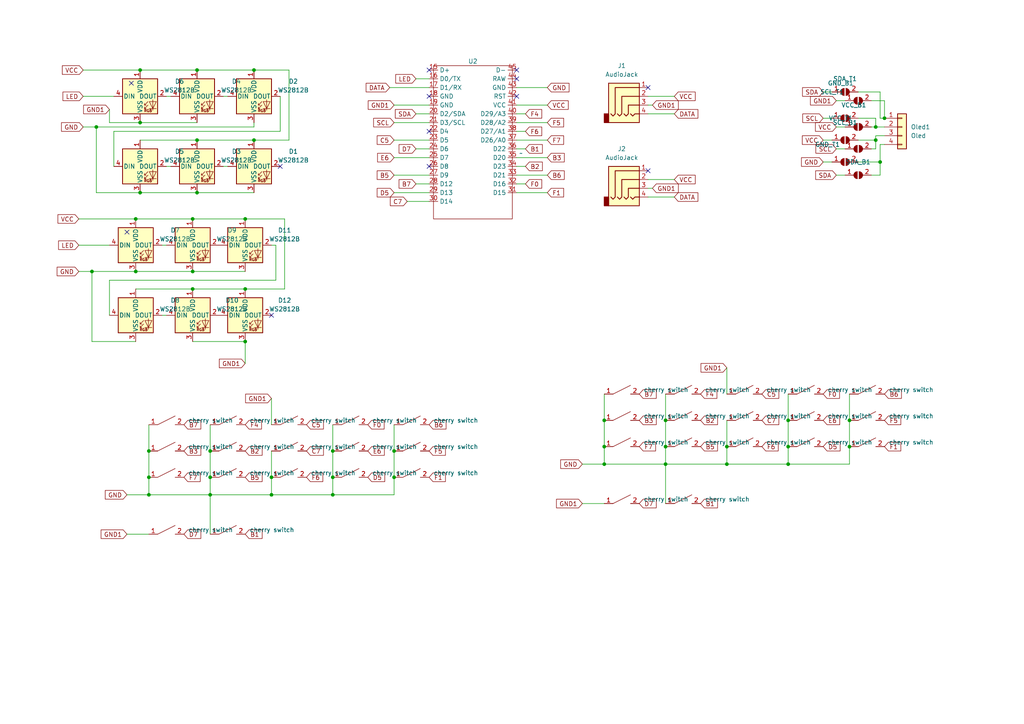
<source format=kicad_sch>
(kicad_sch (version 20230121) (generator eeschema)
  (paper "A4")
  (lib_symbols
    (symbol "Connector_Generic:Conn_01x04" (pin_names (offset 1.016) hide)
      (property "Reference" "J" (at 0 5.08 0))
      (property "Value" "Conn_01x04" (at 0 -7.62 0))
      (symbol "Conn_01x04_1_1"
        (rectangle (start -1.27 -4.953) (end 0 -5.207) (stroke (width 0.1524)))
        (rectangle (start -1.27 -2.413) (end 0 -2.667) (stroke (width 0.1524)))
        (rectangle (start -1.27 0.127) (end 0 -0.127) (stroke (width 0.1524)))
        (rectangle (start -1.27 2.667) (end 0 2.413) (stroke (width 0.1524)))
        (rectangle (start -1.27 3.81) (end 1.27 -6.35) (stroke (width 0.254)) (fill (type background)))
        (pin passive line (at -5.08 2.54 0) (length 3.81) (name "Pin_1") (number "1"))
        (pin passive line (at -5.08 0 0) (length 3.81) (name "Pin_2") (number "2"))
        (pin passive line (at -5.08 -2.54 0) (length 3.81) (name "Pin_3") (number "3"))
        (pin passive line (at -5.08 -5.08 0) (length 3.81) (name "Pin_4") (number "4"))
      )
    )
    (symbol "Jumper:SolderJumper_2_Open" (pin_names (offset 0) hide)
      (property "Reference" "JP" (at 0 2.032 0))
      (property "Value" "SolderJumper_2_Open" (at 0 -2.54 0))
      (symbol "SolderJumper_2_Open_0_1"
        (arc (start -0.254 1.016) (mid -1.2656 0) (end -0.254 -1.016))
        (arc (start -0.254 1.016) (mid -1.2656 0) (end -0.254 -1.016) (fill (type outline)))
        (polyline (pts (xy -0.254 1.016) (xy -0.254 -1.016)))
        (polyline (pts (xy 0.254 1.016) (xy 0.254 -1.016)))
        (arc (start 0.254 -1.016) (mid 1.2656 0) (end 0.254 1.016))
        (arc (start 0.254 -1.016) (mid 1.2656 0) (end 0.254 1.016) (fill (type outline)))
      )
      (symbol "SolderJumper_2_Open_1_1"
        (pin passive line (at -3.81 0 0) (length 2.54) (name "A") (number "1"))
        (pin passive line (at 3.81 0 180) (length 2.54) (name "B") (number "2"))
      )
    )
    (symbol "LED:WS2812B" (pin_names (offset 0.254))
      (property "Reference" "D" (at 5.08 5.715 0))
      (property "Value" "WS2812B" (at 1.27 -5.715 0))
      (symbol "WS2812B_0_0"
        (text "RGB" (at 2.286 -4.191 0) (effects (font (size 0.762 0.762))))
      )
      (symbol "WS2812B_0_1"
        (polyline (pts (xy 1.27 -3.556) (xy 1.778 -3.556)))
        (polyline (pts (xy 1.27 -2.54) (xy 1.778 -2.54)))
        (polyline (pts (xy 4.699 -3.556) (xy 2.667 -3.556)))
        (polyline (pts (xy 2.286 -2.54) (xy 1.27 -3.556) (xy 1.27 -3.048)))
        (polyline (pts (xy 2.286 -1.524) (xy 1.27 -2.54) (xy 1.27 -2.032)))
        (polyline (pts (xy 3.683 -1.016) (xy 3.683 -3.556) (xy 3.683 -4.064)))
        (polyline (pts (xy 4.699 -1.524) (xy 2.667 -1.524) (xy 3.683 -3.556) (xy 4.699 -1.524)))
        (rectangle (start 5.08 5.08) (end -5.08 -5.08) (stroke (width 0.254)) (fill (type background)))
      )
      (symbol "WS2812B_1_1"
        (pin power_in line (at 0 7.62 270) (length 2.54) (name "VDD") (number "1"))
        (pin output line (at 7.62 0 180) (length 2.54) (name "DOUT") (number "2"))
        (pin power_in line (at 0 -7.62 90) (length 2.54) (name "VSS") (number "3"))
        (pin input line (at -7.62 0 0) (length 2.54) (name "DIN") (number "4"))
      )
    )
    (symbol "cherry switch_1"
      (property "Value" "cherry switch_1" (at 0 0 0))
      (symbol "cherry switch_1_0_1"
        (polyline (pts (xy -1.27 3.81) (xy 3.81 6.35)))
      )
      (symbol "cherry switch_1_1_1"
        (pin input line (at -3.81 3.81 0) (length 2.54) (name "") (number "1"))
        (pin output line (at 6.35 3.81 180) (length 2.54) (name "") (number "2"))
      )
    )
    (symbol "cherry switch_10"
      (property "Value" "cherry switch_10" (at 0 0 0))
      (symbol "cherry switch_10_0_1"
        (polyline (pts (xy -1.27 3.81) (xy 3.81 6.35)))
      )
      (symbol "cherry switch_10_1_1"
        (pin input line (at -3.81 3.81 0) (length 2.54) (name "") (number "1"))
        (pin output line (at 6.35 3.81 180) (length 2.54) (name "") (number "2"))
      )
    )
    (symbol "cherry switch_11"
      (property "Value" "cherry switch_11" (at 0 0 0))
      (symbol "cherry switch_11_0_1"
        (polyline (pts (xy -1.27 3.81) (xy 3.81 6.35)))
      )
      (symbol "cherry switch_11_1_1"
        (pin input line (at -3.81 3.81 0) (length 2.54) (name "") (number "1"))
        (pin output line (at 6.35 3.81 180) (length 2.54) (name "") (number "2"))
      )
    )
    (symbol "cherry switch_15"
      (property "Value" "cherry switch_15" (at 0 0 0))
      (symbol "cherry switch_15_0_1"
        (polyline (pts (xy -1.27 3.81) (xy 3.81 6.35)))
      )
      (symbol "cherry switch_15_1_1"
        (pin input line (at -3.81 3.81 0) (length 2.54) (name "") (number "1"))
        (pin output line (at 6.35 3.81 180) (length 2.54) (name "") (number "2"))
      )
    )
    (symbol "cherry switch_17"
      (property "Value" "cherry switch_17" (at 0 0 0))
      (symbol "cherry switch_17_0_1"
        (polyline (pts (xy -1.27 3.81) (xy 3.81 6.35)))
      )
      (symbol "cherry switch_17_1_1"
        (pin input line (at -3.81 3.81 0) (length 2.54) (name "") (number "1"))
        (pin output line (at 6.35 3.81 180) (length 2.54) (name "") (number "2"))
      )
    )
    (symbol "cherry switch_18"
      (property "Value" "cherry switch_18" (at 0 0 0))
      (symbol "cherry switch_18_0_1"
        (polyline (pts (xy -1.27 3.81) (xy 3.81 6.35)))
      )
      (symbol "cherry switch_18_1_1"
        (pin input line (at -3.81 3.81 0) (length 2.54) (name "") (number "1"))
        (pin output line (at 6.35 3.81 180) (length 2.54) (name "") (number "2"))
      )
    )
    (symbol "cherry switch_19"
      (property "Value" "cherry switch_19" (at 0 0 0))
      (symbol "cherry switch_19_0_1"
        (polyline (pts (xy -1.27 3.81) (xy 3.81 6.35)))
      )
      (symbol "cherry switch_19_1_1"
        (pin input line (at -3.81 3.81 0) (length 2.54) (name "") (number "1"))
        (pin output line (at 6.35 3.81 180) (length 2.54) (name "") (number "2"))
      )
    )
    (symbol "cherry switch_2"
      (property "Value" "cherry switch_2" (at 0 0 0))
      (symbol "cherry switch_2_0_1"
        (polyline (pts (xy -1.27 3.81) (xy 3.81 6.35)))
      )
      (symbol "cherry switch_2_1_1"
        (pin input line (at -3.81 3.81 0) (length 2.54) (name "") (number "1"))
        (pin output line (at 6.35 3.81 180) (length 2.54) (name "") (number "2"))
      )
    )
    (symbol "cherry switch_3"
      (property "Value" "cherry switch_3" (at 0 0 0))
      (symbol "cherry switch_3_0_1"
        (polyline (pts (xy -1.27 3.81) (xy 3.81 6.35)))
      )
      (symbol "cherry switch_3_1_1"
        (pin input line (at -3.81 3.81 0) (length 2.54) (name "") (number "1"))
        (pin output line (at 6.35 3.81 180) (length 2.54) (name "") (number "2"))
      )
    )
    (symbol "cherry switch_4"
      (property "Value" "cherry switch_4" (at 0 0 0))
      (symbol "cherry switch_4_0_1"
        (polyline (pts (xy -1.27 3.81) (xy 3.81 6.35)))
      )
      (symbol "cherry switch_4_1_1"
        (pin input line (at -3.81 3.81 0) (length 2.54) (name "") (number "1"))
        (pin output line (at 6.35 3.81 180) (length 2.54) (name "") (number "2"))
      )
    )
    (symbol "cherry switch_5"
      (property "Value" "cherry switch_5" (at 0 0 0))
      (symbol "cherry switch_5_0_1"
        (polyline (pts (xy -1.27 3.81) (xy 3.81 6.35)))
      )
      (symbol "cherry switch_5_1_1"
        (pin input line (at -3.81 3.81 0) (length 2.54) (name "") (number "1"))
        (pin output line (at 6.35 3.81 180) (length 2.54) (name "") (number "2"))
      )
    )
    (symbol "cherry switch_6"
      (property "Value" "cherry switch_6" (at 0 0 0))
      (symbol "cherry switch_6_0_1"
        (polyline (pts (xy -1.27 3.81) (xy 3.81 6.35)))
      )
      (symbol "cherry switch_6_1_1"
        (pin input line (at -3.81 3.81 0) (length 2.54) (name "") (number "1"))
        (pin output line (at 6.35 3.81 180) (length 2.54) (name "") (number "2"))
      )
    )
    (symbol "cherry switch_7"
      (property "Value" "cherry switch_7" (at 0 0 0))
      (symbol "cherry switch_7_0_1"
        (polyline (pts (xy -1.27 3.81) (xy 3.81 6.35)))
      )
      (symbol "cherry switch_7_1_1"
        (pin input line (at -3.81 3.81 0) (length 2.54) (name "") (number "1"))
        (pin output line (at 6.35 3.81 180) (length 2.54) (name "") (number "2"))
      )
    )
    (symbol "cherry switch_8"
      (property "Value" "cherry switch_8" (at 0 0 0))
      (symbol "cherry switch_8_0_1"
        (polyline (pts (xy -1.27 3.81) (xy 3.81 6.35)))
      )
      (symbol "cherry switch_8_1_1"
        (pin input line (at -3.81 3.81 0) (length 2.54) (name "") (number "1"))
        (pin output line (at 6.35 3.81 180) (length 2.54) (name "") (number "2"))
      )
    )
    (symbol "cherry switch_9"
      (property "Value" "cherry switch_9" (at 0 0 0))
      (symbol "cherry switch_9_0_1"
        (polyline (pts (xy -1.27 3.81) (xy 3.81 6.35)))
      )
      (symbol "cherry switch_9_1_1"
        (pin input line (at -3.81 3.81 0) (length 2.54) (name "") (number "1"))
        (pin output line (at 6.35 3.81 180) (length 2.54) (name "") (number "2"))
      )
    )
    (symbol "yeti:AudioJack4"
      (property "Reference" "J" (at 0 8.89 0))
      (property "Value" "AudioJack4" (at 0 6.35 0))
      (symbol "AudioJack4_0_1"
        (rectangle (start -6.35 -5.08) (end -7.62 -7.62) (stroke (width 0.254)) (fill (type outline)))
        (polyline (pts (xy 0 -5.08) (xy 0.635 -5.715) (xy 1.27 -5.08) (xy 2.54 -5.08)) (stroke (width 0.254)))
        (polyline (pts (xy -5.715 -5.08) (xy -5.08 -5.715) (xy -4.445 -5.08) (xy -4.445 2.54) (xy 2.54 2.54)) (stroke (width 0.254)))
        (polyline (pts (xy -1.905 -5.08) (xy -1.27 -5.715) (xy -0.635 -5.08) (xy -0.635 -2.54) (xy 2.54 -2.54)) (stroke (width 0.254)))
        (polyline (pts (xy 2.54 0) (xy -2.54 0) (xy -2.54 -5.08) (xy -3.175 -5.715) (xy -3.81 -5.08)) (stroke (width 0.254)))
        (rectangle (start 2.54 3.81) (end -6.35 -7.62) (stroke (width 0.254)) (fill (type background)))
      )
      (symbol "AudioJack4_1_1"
        (pin passive line (at 5.08 2.54 180) (length 2.54) (name "~") (number "1"))
        (pin passive line (at 5.08 0 180) (length 2.54) (name "~") (number "2"))
        (pin passive line (at 5.08 -2.54 180) (length 2.54) (name "~") (number "3"))
        (pin passive line (at 5.08 -5.08 180) (length 2.54) (name "~") (number "4"))
      )
    )
    (symbol "yeti:cherry switch"
      (property "Value" "cherry switch" (at 0 0 0))
      (symbol "cherry switch_0_1"
        (polyline (pts (xy -1.27 3.81) (xy 3.81 6.35)))
      )
      (symbol "cherry switch_1_1"
        (pin input line (at -3.81 3.81 0) (length 2.54) (name "") (number "1"))
        (pin output line (at 6.35 3.81 180) (length 2.54) (name "") (number "2"))
      )
    )
    (symbol "yeti:frood"
      (property "Reference" "U1" (at -6.35 26.67 0))
      (property "Value" "~" (at 7.62 0 0))
      (symbol "frood_0_1"
        (rectangle (start -17.78 25.4) (end 5.08 -19.05))
      )
      (symbol "frood_1_1"
        (pin bidirectional line (at -19.05 24.13 0) (length 2.54) (name "D+") (number "15"))
        (pin bidirectional line (at -19.05 21.59 0) (length 2.54) (name "D0/TX") (number "16"))
        (pin bidirectional line (at -19.05 19.05 0) (length 2.54) (name "D1/RX") (number "17"))
        (pin bidirectional line (at -19.05 16.51 0) (length 2.54) (name "GND") (number "18"))
        (pin bidirectional line (at -19.05 13.97 0) (length 2.54) (name "GND") (number "19"))
        (pin bidirectional line (at -19.05 11.43 0) (length 2.54) (name "D2/SDA") (number "20"))
        (pin bidirectional line (at -19.05 8.89 0) (length 2.54) (name "D3/SCL") (number "21"))
        (pin bidirectional line (at -19.05 6.35 0) (length 2.54) (name "D4") (number "22"))
        (pin bidirectional line (at -19.05 3.81 0) (length 2.54) (name "D5") (number "23"))
        (pin bidirectional line (at -19.05 1.27 0) (length 2.54) (name "D6") (number "24"))
        (pin bidirectional line (at -19.05 -1.27 0) (length 2.54) (name "D7") (number "25"))
        (pin bidirectional line (at -19.05 -3.81 0) (length 2.54) (name "D8") (number "26"))
        (pin bidirectional line (at -19.05 -6.35 0) (length 2.54) (name "D9") (number "27"))
        (pin bidirectional line (at -19.05 -8.89 0) (length 2.54) (name "D12") (number "28"))
        (pin bidirectional line (at -19.05 -11.43 0) (length 2.54) (name "D13") (number "29"))
        (pin bidirectional line (at -19.05 -13.97 0) (length 2.54) (name "D14") (number "30"))
        (pin bidirectional line (at 6.35 -11.43 180) (length 2.54) (name "D15") (number "31"))
        (pin bidirectional line (at 6.35 -8.89 180) (length 2.54) (name "D16") (number "32"))
        (pin bidirectional line (at 6.35 -6.35 180) (length 2.54) (name "D21") (number "33"))
        (pin bidirectional line (at 6.35 -3.81 180) (length 2.54) (name "D23") (number "34"))
        (pin bidirectional line (at 6.35 -1.27 180) (length 2.54) (name "D20") (number "35"))
        (pin bidirectional line (at 6.35 1.27 180) (length 2.54) (name "D22") (number "36"))
        (pin bidirectional line (at 6.35 3.81 180) (length 2.54) (name "D26/A0") (number "37"))
        (pin bidirectional line (at 6.35 6.35 180) (length 2.54) (name "D27/A1") (number "38"))
        (pin bidirectional line (at 6.35 8.89 180) (length 2.54) (name "D28/A2") (number "39"))
        (pin bidirectional line (at 6.35 11.43 180) (length 2.54) (name "D29/A3") (number "40"))
        (pin bidirectional line (at 6.35 13.97 180) (length 2.54) (name "VCC") (number "41"))
        (pin bidirectional line (at 6.35 16.51 180) (length 2.54) (name "RST") (number "42"))
        (pin bidirectional line (at 6.35 19.05 180) (length 2.54) (name "GND") (number "43"))
        (pin bidirectional line (at 6.35 21.59 180) (length 2.54) (name "RAW") (number "44"))
        (pin bidirectional line (at 6.35 24.13 180) (length 2.54) (name "D-") (number "45"))
      )
    )
  )
  (junction (at 57.15 40.64))
  (junction (at 40.64 20.32))
  (junction (at 175.26 129.54))
  (junction (at 55.88 83.82))
  (junction (at 78.74 143.51))
  (junction (at 43.18 130.81))
  (junction (at 246.38 121.92))
  (junction (at 114.3 130.81))
  (junction (at 210.82 134.62))
  (junction (at 193.04 121.92))
  (junction (at 96.52 130.81))
  (junction (at 60.96 130.81))
  (junction (at 57.15 55.88))
  (junction (at 193.04 129.54))
  (junction (at 228.6 129.54))
  (junction (at 55.88 78.74))
  (junction (at 60.96 143.51))
  (junction (at 114.3 138.43))
  (junction (at 246.38 129.54))
  (junction (at 73.66 20.32))
  (junction (at 255.27 46.99))
  (junction (at 55.88 63.5))
  (junction (at 256.54 34.29))
  (junction (at 71.12 63.5))
  (junction (at 71.12 83.82))
  (junction (at 210.82 129.54))
  (junction (at 43.18 143.51))
  (junction (at 254 40.64))
  (junction (at 175.26 134.62))
  (junction (at 57.15 20.32))
  (junction (at 27.94 36.83))
  (junction (at 60.96 138.43))
  (junction (at 26.67 78.74))
  (junction (at 228.6 134.62))
  (junction (at 39.37 63.5))
  (junction (at 43.18 138.43))
  (junction (at 96.52 143.51))
  (junction (at 40.64 55.88))
  (junction (at 71.12 99.06))
  (junction (at 254 36.83))
  (junction (at 78.74 138.43))
  (junction (at 228.6 121.92))
  (junction (at 73.66 40.64))
  (junction (at 175.26 121.92))
  (junction (at 193.04 134.62))
  (junction (at 40.64 35.56))
  (junction (at 39.37 78.74))
  (junction (at 96.52 138.43))
  (no_connect (at 124.46 48.26))
  (no_connect (at 124.46 20.32))
  (no_connect (at 187.96 25.4))
  (no_connect (at 149.86 27.94))
  (no_connect (at 36.83 67.31))
  (no_connect (at 78.74 91.44))
  (no_connect (at 149.86 22.86))
  (no_connect (at 81.28 48.26))
  (no_connect (at 124.46 38.1))
  (no_connect (at 38.1 24.13))
  (no_connect (at 187.96 49.53))
  (no_connect (at 149.86 20.32))
  (no_connect (at 124.46 27.94))
  (wire (pts (xy 31.75 91.44) (xy 31.75 81.28)))
  (wire (pts (xy 189.23 30.48) (xy 187.96 30.48)))
  (wire (pts (xy 149.86 53.34) (xy 152.4 53.34)))
  (wire (pts (xy 246.38 129.54) (xy 246.38 134.62)))
  (wire (pts (xy 175.26 129.54) (xy 175.26 134.62)))
  (wire (pts (xy 210.82 121.92) (xy 210.82 129.54)))
  (wire (pts (xy 66.04 48.26) (xy 64.77 48.26)))
  (wire (pts (xy 36.83 143.51) (xy 43.18 143.51)))
  (wire (pts (xy 254 43.18) (xy 254 40.64)))
  (wire (pts (xy 114.3 45.72) (xy 124.46 45.72)))
  (wire (pts (xy 31.75 81.28) (xy 80.01 81.28)))
  (wire (pts (xy 228.6 129.54) (xy 228.6 134.62)))
  (wire (pts (xy 43.18 138.43) (xy 43.18 143.51)))
  (wire (pts (xy 255.27 34.29) (xy 256.54 34.29)))
  (wire (pts (xy 39.37 63.5) (xy 55.88 63.5)))
  (wire (pts (xy 149.86 43.18) (xy 152.4 43.18)))
  (wire (pts (xy 168.91 146.05) (xy 175.26 146.05)))
  (wire (pts (xy 114.3 123.19) (xy 114.3 130.81)))
  (wire (pts (xy 228.6 134.62) (xy 246.38 134.62)))
  (wire (pts (xy 22.86 63.5) (xy 39.37 63.5)))
  (wire (pts (xy 48.26 48.26) (xy 49.53 48.26)))
  (wire (pts (xy 175.26 134.62) (xy 193.04 134.62)))
  (wire (pts (xy 256.54 29.21) (xy 256.54 34.29)))
  (wire (pts (xy 189.23 54.61) (xy 187.96 54.61)))
  (wire (pts (xy 255.27 26.67) (xy 255.27 34.29)))
  (wire (pts (xy 252.73 50.8) (xy 255.27 50.8)))
  (wire (pts (xy 149.86 25.4) (xy 158.75 25.4)))
  (wire (pts (xy 175.26 114.3) (xy 175.26 121.92)))
  (wire (pts (xy 36.83 154.94) (xy 43.18 154.94)))
  (wire (pts (xy 248.92 46.99) (xy 255.27 46.99)))
  (wire (pts (xy 39.37 83.82) (xy 55.88 83.82)))
  (wire (pts (xy 120.65 43.18) (xy 124.46 43.18)))
  (wire (pts (xy 60.96 143.51) (xy 60.96 154.94)))
  (wire (pts (xy 60.96 143.51) (xy 78.74 143.51)))
  (wire (pts (xy 73.66 40.64) (xy 83.82 40.64)))
  (wire (pts (xy 149.86 50.8) (xy 158.75 50.8)))
  (wire (pts (xy 193.04 114.3) (xy 193.04 121.92)))
  (wire (pts (xy 22.86 71.12) (xy 31.75 71.12)))
  (wire (pts (xy 43.18 143.51) (xy 60.96 143.51)))
  (wire (pts (xy 40.64 40.64) (xy 57.15 40.64)))
  (wire (pts (xy 55.88 99.06) (xy 71.12 99.06)))
  (wire (pts (xy 71.12 99.06) (xy 71.12 105.41)))
  (wire (pts (xy 175.26 121.92) (xy 175.26 129.54)))
  (wire (pts (xy 114.3 50.8) (xy 124.46 50.8)))
  (wire (pts (xy 120.65 22.86) (xy 124.46 22.86)))
  (wire (pts (xy 238.76 34.29) (xy 241.3 34.29)))
  (wire (pts (xy 254 40.64) (xy 254 39.37)))
  (wire (pts (xy 193.04 121.92) (xy 193.04 129.54)))
  (wire (pts (xy 149.86 35.56) (xy 158.75 35.56)))
  (wire (pts (xy 27.94 36.83) (xy 27.94 55.88)))
  (wire (pts (xy 114.3 40.64) (xy 124.46 40.64)))
  (wire (pts (xy 120.65 53.34) (xy 124.46 53.34)))
  (wire (pts (xy 149.86 40.64) (xy 158.75 40.64)))
  (wire (pts (xy 96.52 143.51) (xy 114.3 143.51)))
  (wire (pts (xy 40.64 55.88) (xy 57.15 55.88)))
  (wire (pts (xy 246.38 121.92) (xy 246.38 129.54)))
  (wire (pts (xy 149.86 48.26) (xy 152.4 48.26)))
  (wire (pts (xy 57.15 55.88) (xy 73.66 55.88)))
  (wire (pts (xy 60.96 138.43) (xy 60.96 143.51)))
  (wire (pts (xy 96.52 123.19) (xy 96.52 130.81)))
  (wire (pts (xy 114.3 143.51) (xy 114.3 138.43)))
  (wire (pts (xy 22.86 78.74) (xy 26.67 78.74)))
  (wire (pts (xy 238.76 40.64) (xy 241.3 40.64)))
  (wire (pts (xy 80.01 71.12) (xy 78.74 71.12)))
  (wire (pts (xy 238.76 26.67) (xy 241.3 26.67)))
  (wire (pts (xy 193.04 134.62) (xy 193.04 146.05)))
  (wire (pts (xy 238.76 46.99) (xy 241.3 46.99)))
  (wire (pts (xy 24.13 27.94) (xy 33.02 27.94)))
  (wire (pts (xy 114.3 55.88) (xy 124.46 55.88)))
  (wire (pts (xy 71.12 63.5) (xy 82.55 63.5)))
  (wire (pts (xy 228.6 121.92) (xy 228.6 129.54)))
  (wire (pts (xy 33.02 38.1) (xy 81.28 38.1)))
  (wire (pts (xy 248.92 40.64) (xy 254 40.64)))
  (wire (pts (xy 149.86 30.48) (xy 158.75 30.48)))
  (wire (pts (xy 60.96 123.19) (xy 60.96 130.81)))
  (wire (pts (xy 168.91 134.62) (xy 175.26 134.62)))
  (wire (pts (xy 43.18 123.19) (xy 43.18 130.81)))
  (wire (pts (xy 57.15 40.64) (xy 73.66 40.64)))
  (wire (pts (xy 187.96 27.94) (xy 195.58 27.94)))
  (wire (pts (xy 33.02 38.1) (xy 33.02 48.26)))
  (wire (pts (xy 27.94 36.83) (xy 73.66 36.83)))
  (wire (pts (xy 255.27 41.91) (xy 256.54 41.91)))
  (wire (pts (xy 242.57 36.83) (xy 245.11 36.83)))
  (wire (pts (xy 71.12 83.82) (xy 82.55 83.82)))
  (wire (pts (xy 78.74 115.57) (xy 78.74 123.19)))
  (wire (pts (xy 27.94 55.88) (xy 40.64 55.88)))
  (wire (pts (xy 114.3 130.81) (xy 114.3 138.43)))
  (wire (pts (xy 210.82 106.68) (xy 210.82 114.3)))
  (wire (pts (xy 78.74 138.43) (xy 78.74 143.51)))
  (wire (pts (xy 242.57 43.18) (xy 245.11 43.18)))
  (wire (pts (xy 255.27 50.8) (xy 255.27 46.99)))
  (wire (pts (xy 60.96 130.81) (xy 60.96 138.43)))
  (wire (pts (xy 149.86 33.02) (xy 152.4 33.02)))
  (wire (pts (xy 187.96 52.07) (xy 195.58 52.07)))
  (wire (pts (xy 114.3 35.56) (xy 124.46 35.56)))
  (wire (pts (xy 39.37 78.74) (xy 26.67 78.74)))
  (wire (pts (xy 149.86 38.1) (xy 152.4 38.1)))
  (wire (pts (xy 55.88 83.82) (xy 71.12 83.82)))
  (wire (pts (xy 48.26 27.94) (xy 49.53 27.94)))
  (wire (pts (xy 73.66 20.32) (xy 83.82 20.32)))
  (wire (pts (xy 80.01 81.28) (xy 80.01 71.12)))
  (wire (pts (xy 252.73 29.21) (xy 256.54 29.21)))
  (wire (pts (xy 254 39.37) (xy 256.54 39.37)))
  (wire (pts (xy 39.37 78.74) (xy 55.88 78.74)))
  (wire (pts (xy 24.13 20.32) (xy 40.64 20.32)))
  (wire (pts (xy 40.64 20.32) (xy 57.15 20.32)))
  (wire (pts (xy 193.04 129.54) (xy 193.04 134.62)))
  (wire (pts (xy 46.99 91.44) (xy 48.26 91.44)))
  (wire (pts (xy 252.73 36.83) (xy 254 36.83)))
  (wire (pts (xy 149.86 55.88) (xy 158.75 55.88)))
  (wire (pts (xy 40.64 35.56) (xy 57.15 35.56)))
  (wire (pts (xy 24.13 36.83) (xy 27.94 36.83)))
  (wire (pts (xy 210.82 129.54) (xy 210.82 134.62)))
  (wire (pts (xy 246.38 114.3) (xy 246.38 121.92)))
  (wire (pts (xy 73.66 36.83) (xy 73.66 35.56)))
  (wire (pts (xy 96.52 138.43) (xy 96.52 143.51)))
  (wire (pts (xy 242.57 29.21) (xy 245.11 29.21)))
  (wire (pts (xy 248.92 34.29) (xy 254 34.29)))
  (wire (pts (xy 83.82 40.64) (xy 83.82 20.32)))
  (wire (pts (xy 210.82 134.62) (xy 228.6 134.62)))
  (wire (pts (xy 55.88 63.5) (xy 71.12 63.5)))
  (wire (pts (xy 228.6 114.3) (xy 228.6 121.92)))
  (wire (pts (xy 26.67 99.06) (xy 39.37 99.06)))
  (wire (pts (xy 193.04 134.62) (xy 210.82 134.62)))
  (wire (pts (xy 96.52 130.81) (xy 96.52 138.43)))
  (wire (pts (xy 82.55 83.82) (xy 82.55 63.5)))
  (wire (pts (xy 255.27 46.99) (xy 255.27 41.91)))
  (wire (pts (xy 43.18 130.81) (xy 43.18 138.43)))
  (wire (pts (xy 114.3 30.48) (xy 124.46 30.48)))
  (wire (pts (xy 55.88 78.74) (xy 71.12 78.74)))
  (wire (pts (xy 31.75 35.56) (xy 40.64 35.56)))
  (wire (pts (xy 149.86 45.72) (xy 158.75 45.72)))
  (wire (pts (xy 66.04 27.94) (xy 64.77 27.94)))
  (wire (pts (xy 26.67 78.74) (xy 26.67 99.06)))
  (wire (pts (xy 252.73 43.18) (xy 254 43.18)))
  (wire (pts (xy 118.11 58.42) (xy 124.46 58.42)))
  (wire (pts (xy 187.96 33.02) (xy 195.58 33.02)))
  (wire (pts (xy 254 34.29) (xy 254 36.83)))
  (wire (pts (xy 254 36.83) (xy 256.54 36.83)))
  (wire (pts (xy 46.99 71.12) (xy 48.26 71.12)))
  (wire (pts (xy 120.65 33.02) (xy 124.46 33.02)))
  (wire (pts (xy 242.57 50.8) (xy 245.11 50.8)))
  (wire (pts (xy 187.96 57.15) (xy 195.58 57.15)))
  (wire (pts (xy 78.74 143.51) (xy 96.52 143.51)))
  (wire (pts (xy 248.92 26.67) (xy 255.27 26.67)))
  (wire (pts (xy 78.74 130.81) (xy 78.74 138.43)))
  (wire (pts (xy 57.15 20.32) (xy 73.66 20.32)))
  (wire (pts (xy 31.75 31.75) (xy 31.75 35.56)))
  (wire (pts (xy 81.28 38.1) (xy 81.28 27.94)))
  (wire (pts (xy 113.03 25.4) (xy 124.46 25.4)))
  (global_label "E6" (shape input) (at 238.76 121.92 0) (property "Intersheetrefs" "${INTERSHEET_REFS}" (effects hide)))
  (global_label "E6" (shape input) (at 106.68 130.81 0) (property "Intersheetrefs" "${INTERSHEET_REFS}" (effects hide)))
  (global_label "GND1" (shape input) (at 242.57 29.21 180) (property "Intersheetrefs" "${INTERSHEET_REFS}" (effects hide)))
  (global_label "F0" (shape input) (at 106.68 123.19 0) (property "Intersheetrefs" "${INTERSHEET_REFS}" (effects hide)))
  (global_label "F6" (shape input) (at 152.4 38.1 0) (property "Intersheetrefs" "${INTERSHEET_REFS}" (effects hide)))
  (global_label "F1" (shape input) (at 124.46 138.43 0) (property "Intersheetrefs" "${INTERSHEET_REFS}" (effects hide)))
  (global_label "B1" (shape input) (at 71.12 154.94 0) (property "Intersheetrefs" "${INTERSHEET_REFS}" (effects hide)))
  (global_label "VCC" (shape input) (at 195.58 52.07 0) (property "Intersheetrefs" "${INTERSHEET_REFS}" (effects hide)))
  (global_label "C5" (shape input) (at 114.3 40.64 180) (property "Intersheetrefs" "${INTERSHEET_REFS}" (effects hide)))
  (global_label "B5" (shape input) (at 203.2 129.54 0) (property "Intersheetrefs" "${INTERSHEET_REFS}" (effects hide)))
  (global_label "B6" (shape input) (at 124.46 123.19 0) (property "Intersheetrefs" "${INTERSHEET_REFS}" (effects hide)))
  (global_label "B3" (shape input) (at 185.42 121.92 0) (property "Intersheetrefs" "${INTERSHEET_REFS}" (effects hide)))
  (global_label "SDA" (shape input) (at 238.76 26.67 180) (property "Intersheetrefs" "${INTERSHEET_REFS}" (effects hide)))
  (global_label "B5" (shape input) (at 114.3 50.8 180) (property "Intersheetrefs" "${INTERSHEET_REFS}" (effects hide)))
  (global_label "SCL" (shape input) (at 242.57 43.18 180) (property "Intersheetrefs" "${INTERSHEET_REFS}" (effects hide)))
  (global_label "GND1" (shape input) (at 36.83 154.94 180) (property "Intersheetrefs" "${INTERSHEET_REFS}" (effects hide)))
  (global_label "VCC" (shape input) (at 238.76 40.64 180) (property "Intersheetrefs" "${INTERSHEET_REFS}" (effects hide)))
  (global_label "B2" (shape input) (at 71.12 130.81 0) (property "Intersheetrefs" "${INTERSHEET_REFS}" (effects hide)))
  (global_label "GND1" (shape input) (at 168.91 146.05 180) (property "Intersheetrefs" "${INTERSHEET_REFS}" (effects hide)))
  (global_label "C7" (shape input) (at 220.98 121.92 0) (property "Intersheetrefs" "${INTERSHEET_REFS}" (effects hide)))
  (global_label "F4" (shape input) (at 203.2 114.3 0) (property "Intersheetrefs" "${INTERSHEET_REFS}" (effects hide)))
  (global_label "GND1" (shape input) (at 78.74 115.57 180) (property "Intersheetrefs" "${INTERSHEET_REFS}" (effects hide)))
  (global_label "B3" (shape input) (at 53.34 130.81 0) (property "Intersheetrefs" "${INTERSHEET_REFS}" (effects hide)))
  (global_label "B2" (shape input) (at 203.2 121.92 0) (property "Intersheetrefs" "${INTERSHEET_REFS}" (effects hide)))
  (global_label "D7" (shape input) (at 120.65 43.18 180) (property "Intersheetrefs" "${INTERSHEET_REFS}" (effects hide)))
  (global_label "DATA" (shape input) (at 113.03 25.4 180) (property "Intersheetrefs" "${INTERSHEET_REFS}" (effects hide)))
  (global_label "GND" (shape input) (at 238.76 46.99 180) (property "Intersheetrefs" "${INTERSHEET_REFS}" (effects hide)))
  (global_label "SDA" (shape input) (at 242.57 50.8 180) (property "Intersheetrefs" "${INTERSHEET_REFS}" (effects hide)))
  (global_label "D7" (shape input) (at 53.34 154.94 0) (property "Intersheetrefs" "${INTERSHEET_REFS}" (effects hide)))
  (global_label "F5" (shape input) (at 124.46 130.81 0) (property "Intersheetrefs" "${INTERSHEET_REFS}" (effects hide)))
  (global_label "GND" (shape input) (at 158.75 25.4 0) (property "Intersheetrefs" "${INTERSHEET_REFS}" (effects hide)))
  (global_label "D5" (shape input) (at 106.68 138.43 0) (property "Intersheetrefs" "${INTERSHEET_REFS}" (effects hide)))
  (global_label "F0" (shape input) (at 152.4 53.34 0) (property "Intersheetrefs" "${INTERSHEET_REFS}" (effects hide)))
  (global_label "VCC" (shape input) (at 242.57 36.83 180) (property "Intersheetrefs" "${INTERSHEET_REFS}" (effects hide)))
  (global_label "D5" (shape input) (at 238.76 129.54 0) (property "Intersheetrefs" "${INTERSHEET_REFS}" (effects hide)))
  (global_label "B6" (shape input) (at 158.75 50.8 0) (property "Intersheetrefs" "${INTERSHEET_REFS}" (effects hide)))
  (global_label "F1" (shape input) (at 256.54 129.54 0) (property "Intersheetrefs" "${INTERSHEET_REFS}" (effects hide)))
  (global_label "VCC" (shape input) (at 195.58 27.94 0) (property "Intersheetrefs" "${INTERSHEET_REFS}" (effects hide)))
  (global_label "F4" (shape input) (at 152.4 33.02 0) (property "Intersheetrefs" "${INTERSHEET_REFS}" (effects hide)))
  (global_label "VCC" (shape input) (at 22.86 63.5 180) (property "Intersheetrefs" "${INTERSHEET_REFS}" (effects hide)))
  (global_label "F7" (shape input) (at 158.75 40.64 0) (property "Intersheetrefs" "${INTERSHEET_REFS}" (effects hide)))
  (global_label "LED" (shape input) (at 24.13 27.94 180) (property "Intersheetrefs" "${INTERSHEET_REFS}" (effects hide)))
  (global_label "SCL" (shape input) (at 114.3 35.56 180) (property "Intersheetrefs" "${INTERSHEET_REFS}" (effects hide)))
  (global_label "B7" (shape input) (at 185.42 114.3 0) (property "Intersheetrefs" "${INTERSHEET_REFS}" (effects hide)))
  (global_label "GND1" (shape input) (at 189.23 54.61 0) (property "Intersheetrefs" "${INTERSHEET_REFS}" (effects hide)))
  (global_label "GND" (shape input) (at 168.91 134.62 180) (property "Intersheetrefs" "${INTERSHEET_REFS}" (effects hide)))
  (global_label "B7" (shape input) (at 53.34 123.19 0) (property "Intersheetrefs" "${INTERSHEET_REFS}" (effects hide)))
  (global_label "SCL" (shape input) (at 238.76 34.29 180) (property "Intersheetrefs" "${INTERSHEET_REFS}" (effects hide)))
  (global_label "F5" (shape input) (at 256.54 121.92 0) (property "Intersheetrefs" "${INTERSHEET_REFS}" (effects hide)))
  (global_label "F4" (shape input) (at 71.12 123.19 0) (property "Intersheetrefs" "${INTERSHEET_REFS}" (effects hide)))
  (global_label "DATA" (shape input) (at 195.58 33.02 0) (property "Intersheetrefs" "${INTERSHEET_REFS}" (effects hide)))
  (global_label "LED" (shape input) (at 120.65 22.86 180) (property "Intersheetrefs" "${INTERSHEET_REFS}" (effects hide)))
  (global_label "F5" (shape input) (at 158.75 35.56 0) (property "Intersheetrefs" "${INTERSHEET_REFS}" (effects hide)))
  (global_label "DATA" (shape input) (at 195.58 57.15 0) (property "Intersheetrefs" "${INTERSHEET_REFS}" (effects hide)))
  (global_label "C5" (shape input) (at 88.9 123.19 0) (property "Intersheetrefs" "${INTERSHEET_REFS}" (effects hide)))
  (global_label "F1" (shape input) (at 158.75 55.88 0) (property "Intersheetrefs" "${INTERSHEET_REFS}" (effects hide)))
  (global_label "D7" (shape input) (at 185.42 146.05 0) (property "Intersheetrefs" "${INTERSHEET_REFS}" (effects hide)))
  (global_label "GND1" (shape input) (at 71.12 105.41 180) (property "Intersheetrefs" "${INTERSHEET_REFS}" (effects hide)))
  (global_label "VCC" (shape input) (at 158.75 30.48 0) (property "Intersheetrefs" "${INTERSHEET_REFS}" (effects hide)))
  (global_label "E6" (shape input) (at 114.3 45.72 180) (property "Intersheetrefs" "${INTERSHEET_REFS}" (effects hide)))
  (global_label "GND" (shape input) (at 24.13 36.83 180) (property "Intersheetrefs" "${INTERSHEET_REFS}" (effects hide)))
  (global_label "SDA" (shape input) (at 120.65 33.02 180) (property "Intersheetrefs" "${INTERSHEET_REFS}" (effects hide)))
  (global_label "GND1" (shape input) (at 31.75 31.75 180) (property "Intersheetrefs" "${INTERSHEET_REFS}" (effects hide)))
  (global_label "F6" (shape input) (at 88.9 138.43 0) (property "Intersheetrefs" "${INTERSHEET_REFS}" (effects hide)))
  (global_label "LED" (shape input) (at 22.86 71.12 180) (property "Intersheetrefs" "${INTERSHEET_REFS}" (effects hide)))
  (global_label "C5" (shape input) (at 220.98 114.3 0) (property "Intersheetrefs" "${INTERSHEET_REFS}" (effects hide)))
  (global_label "VCC" (shape input) (at 24.13 20.32 180) (property "Intersheetrefs" "${INTERSHEET_REFS}" (effects hide)))
  (global_label "GND1" (shape input) (at 114.3 30.48 180) (property "Intersheetrefs" "${INTERSHEET_REFS}" (effects hide)))
  (global_label "GND1" (shape input) (at 189.23 30.48 0) (property "Intersheetrefs" "${INTERSHEET_REFS}" (effects hide)))
  (global_label "B1" (shape input) (at 203.2 146.05 0) (property "Intersheetrefs" "${INTERSHEET_REFS}" (effects hide)))
  (global_label "GND" (shape input) (at 36.83 143.51 180) (property "Intersheetrefs" "${INTERSHEET_REFS}" (effects hide)))
  (global_label "B7" (shape input) (at 120.65 53.34 180) (property "Intersheetrefs" "${INTERSHEET_REFS}" (effects hide)))
  (global_label "B6" (shape input) (at 256.54 114.3 0) (property "Intersheetrefs" "${INTERSHEET_REFS}" (effects hide)))
  (global_label "F0" (shape input) (at 238.76 114.3 0) (property "Intersheetrefs" "${INTERSHEET_REFS}" (effects hide)))
  (global_label "GND" (shape input) (at 22.86 78.74 180) (property "Intersheetrefs" "${INTERSHEET_REFS}" (effects hide)))
  (global_label "B1" (shape input) (at 152.4 43.18 0) (property "Intersheetrefs" "${INTERSHEET_REFS}" (effects hide)))
  (global_label "F7" (shape input) (at 185.42 129.54 0) (property "Intersheetrefs" "${INTERSHEET_REFS}" (effects hide)))
  (global_label "B5" (shape input) (at 71.12 138.43 0) (property "Intersheetrefs" "${INTERSHEET_REFS}" (effects hide)))
  (global_label "C7" (shape input) (at 88.9 130.81 0) (property "Intersheetrefs" "${INTERSHEET_REFS}" (effects hide)))
  (global_label "B2" (shape input) (at 152.4 48.26 0) (property "Intersheetrefs" "${INTERSHEET_REFS}" (effects hide)))
  (global_label "F6" (shape input) (at 220.98 129.54 0) (property "Intersheetrefs" "${INTERSHEET_REFS}" (effects hide)))
  (global_label "F7" (shape input) (at 53.34 138.43 0) (property "Intersheetrefs" "${INTERSHEET_REFS}" (effects hide)))
  (global_label "GND1" (shape input) (at 210.82 106.68 180) (property "Intersheetrefs" "${INTERSHEET_REFS}" (effects hide)))
  (global_label "B3" (shape input) (at 158.75 45.72 0) (property "Intersheetrefs" "${INTERSHEET_REFS}" (effects hide)))
  (global_label "C7" (shape input) (at 118.11 58.42 180) (property "Intersheetrefs" "${INTERSHEET_REFS}" (effects hide)))
  (global_label "D5" (shape input) (at 114.3 55.88 180) (property "Intersheetrefs" "${INTERSHEET_REFS}" (effects hide)))
  (symbol (lib_name "cherry switch_5") (lib_id "yeti:cherry switch") (at 232.41 125.73 0) (unit 1)
    (property "Reference" "switch30" (effects hide))
    (property "Value" "cherry switch" (at 240.03 120.6499 0) (effects (justify left)))
    (property "Footprint" "PCM_Switch_Keyboard_Cherry_MX:SW_Cherry_MX_PCB_1.00u" (effects hide))
  )
  (symbol (lib_id "LED:WS2812B") (at 73.66 48.26 0) (unit 1)
    (property "Reference" "D1" (at 85.09 43.9293 0))
    (property "Value" "WS2812B" (at 85.09 46.4693 0))
    (property "Footprint" "Keebio-Parts:WS2812B" (effects hide))
    (property "Datasheet" "https://cdn-shop.adafruit.com/datasheets/WS2812B.pdf" (effects hide))
  )
  (symbol (lib_name "cherry switch_5") (lib_id "yeti:cherry switch") (at 214.63 133.35 0) (unit 1)
    (property "Reference" "switch28" (effects hide))
    (property "Value" "cherry switch" (at 222.25 128.2699 0) (effects (justify left)))
    (property "Footprint" "PCM_Switch_Keyboard_Cherry_MX:SW_Cherry_MX_PCB_1.00u" (effects hide))
  )
  (symbol (lib_name "cherry switch_5") (lib_id "yeti:cherry switch") (at 46.99 127 0) (unit 1)
    (property "Reference" "switch1" (effects hide))
    (property "Value" "cherry switch" (at 54.61 121.9199 0) (effects (justify left)))
    (property "Footprint" "Switch_Keyboard_Cherry_MX:SW_Cherry_MX_PCB_1.00u" (effects hide))
  )
  (symbol (lib_id "LED:WS2812B") (at 57.15 27.94 0) (unit 1)
    (property "Reference" "D4" (at 68.58 23.6093 0))
    (property "Value" "WS2812B" (at 68.58 26.1493 0))
    (property "Footprint" "Keebio-Parts:WS2812B" (effects hide))
    (property "Datasheet" "https://cdn-shop.adafruit.com/datasheets/WS2812B.pdf" (effects hide))
  )
  (symbol (lib_name "cherry switch_8") (lib_id "yeti:cherry switch") (at 82.55 134.62 0) (unit 1)
    (property "Reference" "switch10" (effects hide))
    (property "Value" "cherry switch" (at 90.17 129.5399 0) (effects (justify left)))
    (property "Footprint" "Switch_Keyboard_Cherry_MX:SW_Cherry_MX_PCB_1.00u" (effects hide))
  )
  (symbol (lib_name "cherry switch_5") (lib_id "yeti:cherry switch") (at 196.85 133.35 0) (unit 1)
    (property "Reference" "switch24" (effects hide))
    (property "Value" "cherry switch" (at 204.47 128.2699 0) (effects (justify left)))
    (property "Footprint" "PCM_Switch_Keyboard_Cherry_MX:SW_Cherry_MX_PCB_1.00u" (effects hide))
  )
  (symbol (lib_id "Jumper:SolderJumper_2_Open") (at 245.11 40.64 0) (unit 1)
    (property "Reference" "VCC_T1" (at 243.84 34.29 0))
    (property "Value" "VCC" (effects hide))
    (property "Footprint" "Jumper:SolderJumper-2_P1.3mm_Open_RoundedPad1.0x1.5mm" (effects hide))
  )
  (symbol (lib_id "yeti:AudioJack4") (at 182.88 52.07 0) (unit 1)
    (property "Reference" "J2" (at 180.34 43.18 0))
    (property "Value" "AudioJack" (at 180.34 45.72 0))
    (property "Footprint" "yeti:TRRS-PJ-320A" (effects hide))
  )
  (symbol (lib_id "Jumper:SolderJumper_2_Open") (at 248.92 50.8 0) (unit 1)
    (property "Reference" "SDA_B1" (at 248.92 46.99 0))
    (property "Value" "SDA" (effects hide))
    (property "Footprint" "Jumper:SolderJumper-2_P1.3mm_Open_RoundedPad1.0x1.5mm" (effects hide))
  )
  (symbol (lib_id "LED:WS2812B") (at 73.66 27.94 0) (unit 1)
    (property "Reference" "D2" (at 85.09 23.6093 0))
    (property "Value" "WS2812B" (at 85.09 26.1493 0))
    (property "Footprint" "Keebio-Parts:WS2812B" (effects hide))
    (property "Datasheet" "https://cdn-shop.adafruit.com/datasheets/WS2812B.pdf" (effects hide))
  )
  (symbol (lib_name "cherry switch_5") (lib_id "yeti:cherry switch") (at 232.41 118.11 0) (unit 1)
    (property "Reference" "switch29" (effects hide))
    (property "Value" "cherry switch" (at 240.03 113.0299 0) (effects (justify left)))
    (property "Footprint" "PCM_Switch_Keyboard_Cherry_MX:SW_Cherry_MX_PCB_1.00u" (effects hide))
  )
  (symbol (lib_name "cherry switch_5") (lib_id "yeti:cherry switch") (at 196.85 118.11 0) (unit 1)
    (property "Reference" "switch22" (effects hide))
    (property "Value" "cherry switch" (at 204.47 113.0299 0) (effects (justify left)))
    (property "Footprint" "PCM_Switch_Keyboard_Cherry_MX:SW_Cherry_MX_PCB_1.00u" (effects hide))
  )
  (symbol (lib_name "cherry switch_5") (lib_id "yeti:cherry switch") (at 214.63 118.11 0) (unit 1)
    (property "Reference" "switch26" (effects hide))
    (property "Value" "cherry switch" (at 222.25 113.0299 0) (effects (justify left)))
    (property "Footprint" "PCM_Switch_Keyboard_Cherry_MX:SW_Cherry_MX_PCB_1.00u" (effects hide))
  )
  (symbol (lib_id "LED:WS2812B") (at 40.64 48.26 0) (unit 1)
    (property "Reference" "D5" (at 52.07 43.9293 0))
    (property "Value" "WS2812B" (at 52.07 46.4693 0))
    (property "Footprint" "Keebio-Parts:WS2812B" (effects hide))
    (property "Datasheet" "https://cdn-shop.adafruit.com/datasheets/WS2812B.pdf" (effects hide))
  )
  (symbol (lib_name "cherry switch_15") (lib_id "yeti:cherry switch") (at 100.33 127 0) (unit 1)
    (property "Reference" "switch12" (effects hide))
    (property "Value" "cherry switch" (at 107.95 121.9199 0) (effects (justify left)))
    (property "Footprint" "Switch_Keyboard_Cherry_MX:SW_Cherry_MX_PCB_1.00u" (effects hide))
  )
  (symbol (lib_id "yeti:cherry switch") (at 118.11 142.24 0) (unit 1)
    (property "Reference" "switch17" (effects hide))
    (property "Value" "cherry switch" (at 125.73 137.1599 0) (effects (justify left)))
    (property "Footprint" "Switch_Keyboard_Cherry_MX:SW_Cherry_MX_PCB_1.00u" (effects hide))
  )
  (symbol (lib_id "yeti:cherry switch") (at 100.33 142.24 0) (unit 1)
    (property "Reference" "switch14" (effects hide))
    (property "Value" "cherry switch" (at 107.95 137.1599 0) (effects (justify left)))
    (property "Footprint" "Switch_Keyboard_Cherry_MX:SW_Cherry_MX_PCB_1.00u" (effects hide))
  )
  (symbol (lib_name "cherry switch_6") (lib_id "yeti:cherry switch") (at 46.99 142.24 0) (unit 1)
    (property "Reference" "switch3" (effects hide))
    (property "Value" "cherry switch" (at 54.61 137.1599 0) (effects (justify left)))
    (property "Footprint" "Switch_Keyboard_Cherry_MX:SW_Cherry_MX_PCB_1.00u" (effects hide))
  )
  (symbol (lib_name "cherry switch_3") (lib_id "yeti:cherry switch") (at 46.99 158.75 0) (unit 1)
    (property "Reference" "switch4" (effects hide))
    (property "Value" "cherry switch" (at 54.61 153.6699 0) (effects (justify left)))
    (property "Footprint" "Switch_Keyboard_Cherry_MX:SW_Cherry_MX_PCB_1.00u" (effects hide))
  )
  (symbol (lib_name "cherry switch_11") (lib_id "yeti:cherry switch") (at 64.77 158.75 0) (unit 1)
    (property "Reference" "switch8" (effects hide))
    (property "Value" "cherry switch" (at 72.39 153.6699 0) (effects (justify left)))
    (property "Footprint" "Switch_Keyboard_Cherry_MX:SW_Cherry_MX_PCB_1.00u" (effects hide))
  )
  (symbol (lib_id "LED:WS2812B") (at 55.88 91.44 0) (unit 1)
    (property "Reference" "D10" (at 67.31 87.1093 0))
    (property "Value" "WS2812B" (at 67.31 89.6493 0))
    (property "Footprint" "Keebio-Parts:WS2812B" (effects hide))
    (property "Datasheet" "https://cdn-shop.adafruit.com/datasheets/WS2812B.pdf" (effects hide))
  )
  (symbol (lib_id "LED:WS2812B") (at 55.88 71.12 0) (unit 1)
    (property "Reference" "D9" (at 67.31 66.7893 0))
    (property "Value" "WS2812B" (at 67.31 69.3293 0))
    (property "Footprint" "Keebio-Parts:WS2812B" (effects hide))
    (property "Datasheet" "https://cdn-shop.adafruit.com/datasheets/WS2812B.pdf" (effects hide))
  )
  (symbol (lib_name "cherry switch_2") (lib_id "yeti:cherry switch") (at 64.77 127 0) (unit 1)
    (property "Reference" "switch5" (effects hide))
    (property "Value" "cherry switch" (at 72.39 121.9199 0) (effects (justify left)))
    (property "Footprint" "Switch_Keyboard_Cherry_MX:SW_Cherry_MX_PCB_1.00u" (effects hide))
  )
  (symbol (lib_name "cherry switch_5") (lib_id "yeti:cherry switch") (at 250.19 125.73 0) (unit 1)
    (property "Reference" "switch33" (effects hide))
    (property "Value" "cherry switch" (at 257.81 120.6499 0) (effects (justify left)))
    (property "Footprint" "PCM_Switch_Keyboard_Cherry_MX:SW_Cherry_MX_PCB_1.00u" (effects hide))
  )
  (symbol (lib_id "LED:WS2812B") (at 40.64 27.94 0) (unit 1)
    (property "Reference" "D6" (at 52.07 23.6093 0))
    (property "Value" "WS2812B" (at 52.07 26.1493 0))
    (property "Footprint" "Keebio-Parts:WS2812B" (effects hide))
    (property "Datasheet" "https://cdn-shop.adafruit.com/datasheets/WS2812B.pdf" (effects hide))
  )
  (symbol (lib_id "Jumper:SolderJumper_2_Open") (at 248.92 29.21 0) (unit 1)
    (property "Reference" "GND_B1" (at 243.84 24.13 0))
    (property "Value" "GND" (effects hide))
    (property "Footprint" "Jumper:SolderJumper-2_P1.3mm_Open_RoundedPad1.0x1.5mm" (effects hide))
  )
  (symbol (lib_name "cherry switch_10") (lib_id "yeti:cherry switch") (at 82.55 127 0) (unit 1)
    (property "Reference" "switch9" (effects hide))
    (property "Value" "cherry switch" (at 90.17 121.9199 0) (effects (justify left)))
    (property "Footprint" "Switch_Keyboard_Cherry_MX:SW_Cherry_MX_PCB_1.00u" (effects hide))
  )
  (symbol (lib_name "cherry switch_4") (lib_id "yeti:cherry switch") (at 64.77 142.24 0) (unit 1)
    (property "Reference" "switch7" (effects hide))
    (property "Value" "cherry switch" (at 72.39 137.1599 0) (effects (justify left)))
    (property "Footprint" "Switch_Keyboard_Cherry_MX:SW_Cherry_MX_PCB_1.00u" (effects hide))
  )
  (symbol (lib_name "cherry switch_5") (lib_id "yeti:cherry switch") (at 196.85 149.86 0) (unit 1)
    (property "Reference" "switch25" (effects hide))
    (property "Value" "cherry switch" (at 204.47 144.7799 0) (effects (justify left)))
    (property "Footprint" "PCM_Switch_Keyboard_Cherry_MX:SW_Cherry_MX_PCB_1.00u" (effects hide))
  )
  (symbol (lib_name "cherry switch_7") (lib_id "yeti:cherry switch") (at 46.99 134.62 0) (unit 1)
    (property "Reference" "switch2" (effects hide))
    (property "Value" "cherry switch" (at 54.61 129.5399 0) (effects (justify left)))
    (property "Footprint" "Switch_Keyboard_Cherry_MX:SW_Cherry_MX_PCB_1.00u" (effects hide))
  )
  (symbol (lib_id "yeti:AudioJack4") (at 182.88 27.94 0) (unit 1)
    (property "Reference" "J1" (at 180.34 19.05 0))
    (property "Value" "AudioJack" (at 180.34 21.59 0))
    (property "Footprint" "Keebio-Parts:TRRS-PJ-320A" (effects hide))
  )
  (symbol (lib_id "LED:WS2812B") (at 39.37 91.44 0) (unit 1)
    (property "Reference" "D8" (at 50.8 87.1093 0))
    (property "Value" "WS2812B" (at 50.8 89.6493 0))
    (property "Footprint" "Keebio-Parts:WS2812B" (effects hide))
    (property "Datasheet" "https://cdn-shop.adafruit.com/datasheets/WS2812B.pdf" (effects hide))
  )
  (symbol (lib_id "Jumper:SolderJumper_2_Open") (at 248.92 43.18 0) (unit 1)
    (property "Reference" "SCL_B1" (at 245.11 35.56 0))
    (property "Value" "SCL" (effects hide))
    (property "Footprint" "Jumper:SolderJumper-2_P1.3mm_Open_RoundedPad1.0x1.5mm" (effects hide))
  )
  (symbol (lib_id "Connector_Generic:Conn_01x04") (at 261.62 36.83 0) (unit 1)
    (property "Reference" "Oled1" (at 264.16 36.83 0) (effects (justify left)))
    (property "Value" "Oled" (at 264.16 39.37 0) (effects (justify left)))
    (property "Footprint" "Connector_PinSocket_2.54mm:PinSocket_1x04_P2.54mm_Vertical" (effects hide))
  )
  (symbol (lib_name "cherry switch_17") (lib_id "yeti:cherry switch") (at 100.33 134.62 0) (unit 1)
    (property "Reference" "switch13" (effects hide))
    (property "Value" "cherry switch" (at 107.95 129.5399 0) (effects (justify left)))
    (property "Footprint" "Switch_Keyboard_Cherry_MX:SW_Cherry_MX_PCB_1.00u" (effects hide))
  )
  (symbol (lib_name "cherry switch_5") (lib_id "yeti:cherry switch") (at 232.41 133.35 0) (unit 1)
    (property "Reference" "switch31" (effects hide))
    (property "Value" "cherry switch" (at 240.03 128.2699 0) (effects (justify left)))
    (property "Footprint" "PCM_Switch_Keyboard_Cherry_MX:SW_Cherry_MX_PCB_1.00u" (effects hide))
  )
  (symbol (lib_id "LED:WS2812B") (at 39.37 71.12 0) (unit 1)
    (property "Reference" "D7" (at 50.8 66.7893 0))
    (property "Value" "WS2812B" (at 50.8 69.3293 0))
    (property "Footprint" "Keebio-Parts:WS2812B" (effects hide))
    (property "Datasheet" "https://cdn-shop.adafruit.com/datasheets/WS2812B.pdf" (effects hide))
  )
  (symbol (lib_name "cherry switch_5") (lib_id "yeti:cherry switch") (at 179.07 125.73 0) (unit 1)
    (property "Reference" "switch19" (effects hide))
    (property "Value" "cherry switch" (at 186.69 120.6499 0) (effects (justify left)))
    (property "Footprint" "PCM_Switch_Keyboard_Cherry_MX:SW_Cherry_MX_PCB_1.00u" (effects hide))
  )
  (symbol (lib_name "cherry switch_5") (lib_id "yeti:cherry switch") (at 179.07 118.11 0) (unit 1)
    (property "Reference" "switch18" (effects hide))
    (property "Value" "cherry switch" (at 186.69 113.0299 0) (effects (justify left)))
    (property "Footprint" "PCM_Switch_Keyboard_Cherry_MX:SW_Cherry_MX_PCB_1.00u" (effects hide))
  )
  (symbol (lib_id "LED:WS2812B") (at 71.12 71.12 0) (unit 1)
    (property "Reference" "D11" (at 82.55 66.7893 0))
    (property "Value" "WS2812B" (at 82.55 69.3293 0))
    (property "Footprint" "Keebio-Parts:WS2812B" (effects hide))
    (property "Datasheet" "https://cdn-shop.adafruit.com/datasheets/WS2812B.pdf" (effects hide))
  )
  (symbol (lib_id "Jumper:SolderJumper_2_Open") (at 245.11 34.29 0) (unit 1)
    (property "Reference" "SCL_T1" (at 241.3 26.67 0))
    (property "Value" "SCL" (effects hide))
    (property "Footprint" "Jumper:SolderJumper-2_P1.3mm_Open_RoundedPad1.0x1.5mm" (effects hide))
  )
  (symbol (lib_name "cherry switch_5") (lib_id "yeti:cherry switch") (at 179.07 133.35 0) (unit 1)
    (property "Reference" "switch20" (effects hide))
    (property "Value" "cherry switch" (at 186.69 128.2699 0) (effects (justify left)))
    (property "Footprint" "PCM_Switch_Keyboard_Cherry_MX:SW_Cherry_MX_PCB_1.00u" (effects hide))
  )
  (symbol (lib_id "Jumper:SolderJumper_2_Open") (at 245.11 26.67 0) (unit 1)
    (property "Reference" "SDA_T1" (at 245.11 22.86 0))
    (property "Value" "SDA" (effects hide))
    (property "Footprint" "Jumper:SolderJumper-2_P1.3mm_Open_RoundedPad1.0x1.5mm" (effects hide))
  )
  (symbol (lib_name "cherry switch_1") (lib_id "yeti:cherry switch") (at 64.77 134.62 0) (unit 1)
    (property "Reference" "switch6" (effects hide))
    (property "Value" "cherry switch" (at 72.39 129.5399 0) (effects (justify left)))
    (property "Footprint" "Switch_Keyboard_Cherry_MX:SW_Cherry_MX_PCB_1.00u" (effects hide))
  )
  (symbol (lib_id "Jumper:SolderJumper_2_Open") (at 245.11 46.99 0) (unit 1)
    (property "Reference" "GND_T1" (at 240.03 41.91 0))
    (property "Value" "GND" (effects hide))
    (property "Footprint" "Jumper:SolderJumper-2_P1.3mm_Open_RoundedPad1.0x1.5mm" (effects hide))
  )
  (symbol (lib_name "cherry switch_5") (lib_id "yeti:cherry switch") (at 196.85 125.73 0) (unit 1)
    (property "Reference" "switch23" (effects hide))
    (property "Value" "cherry switch" (at 204.47 120.6499 0) (effects (justify left)))
    (property "Footprint" "PCM_Switch_Keyboard_Cherry_MX:SW_Cherry_MX_PCB_1.00u" (effects hide))
  )
  (symbol (lib_name "cherry switch_18") (lib_id "yeti:cherry switch") (at 118.11 127 0) (unit 1)
    (property "Reference" "switch15" (effects hide))
    (property "Value" "cherry switch" (at 125.73 121.9199 0) (effects (justify left)))
    (property "Footprint" "Switch_Keyboard_Cherry_MX:SW_Cherry_MX_PCB_1.00u" (effects hide))
  )
  (symbol (lib_name "cherry switch_5") (lib_id "yeti:cherry switch") (at 250.19 133.35 0) (unit 1)
    (property "Reference" "switch34" (effects hide))
    (property "Value" "cherry switch" (at 257.81 128.2699 0) (effects (justify left)))
    (property "Footprint" "PCM_Switch_Keyboard_Cherry_MX:SW_Cherry_MX_PCB_1.00u" (effects hide))
  )
  (symbol (lib_name "cherry switch_9") (lib_id "yeti:cherry switch") (at 82.55 142.24 0) (unit 1)
    (property "Reference" "switch11" (effects hide))
    (property "Value" "cherry switch" (at 90.17 137.1599 0) (effects (justify left)))
    (property "Footprint" "Switch_Keyboard_Cherry_MX:SW_Cherry_MX_PCB_1.00u" (effects hide))
  )
  (symbol (lib_id "LED:WS2812B") (at 57.15 48.26 0) (unit 1)
    (property "Reference" "D3" (at 68.58 43.9293 0))
    (property "Value" "WS2812B" (at 68.58 46.4693 0))
    (property "Footprint" "Keebio-Parts:WS2812B" (effects hide))
    (property "Datasheet" "https://cdn-shop.adafruit.com/datasheets/WS2812B.pdf" (effects hide))
  )
  (symbol (lib_name "cherry switch_19") (lib_id "yeti:cherry switch") (at 118.11 134.62 0) (unit 1)
    (property "Reference" "switch16" (effects hide))
    (property "Value" "cherry switch" (at 125.73 129.5399 0) (effects (justify left)))
    (property "Footprint" "Switch_Keyboard_Cherry_MX:SW_Cherry_MX_PCB_1.00u" (effects hide))
  )
  (symbol (lib_name "cherry switch_5") (lib_id "yeti:cherry switch") (at 250.19 118.11 0) (unit 1)
    (property "Reference" "switch32" (effects hide))
    (property "Value" "cherry switch" (at 257.81 113.0299 0) (effects (justify left)))
    (property "Footprint" "PCM_Switch_Keyboard_Cherry_MX:SW_Cherry_MX_PCB_1.00u" (effects hide))
  )
  (symbol (lib_id "yeti:frood") (at 143.51 44.45 0) (unit 1)
    (property "Reference" "U2" (at 137.16 17.78 0))
    (property "Value" "~" (at 151.13 44.45 0))
    (property "Footprint" "yeti:frood" (effects hide))
  )
  (symbol (lib_id "LED:WS2812B") (at 71.12 91.44 0) (unit 1)
    (property "Reference" "D12" (at 82.55 87.1093 0))
    (property "Value" "WS2812B" (at 82.55 89.6493 0))
    (property "Footprint" "Keebio-Parts:WS2812B" (effects hide))
    (property "Datasheet" "https://cdn-shop.adafruit.com/datasheets/WS2812B.pdf" (effects hide))
  )
  (symbol (lib_name "cherry switch_5") (lib_id "yeti:cherry switch") (at 179.07 149.86 0) (unit 1)
    (property "Reference" "switch21" (effects hide))
    (property "Value" "cherry switch" (at 186.69 144.7799 0) (effects (justify left)))
    (property "Footprint" "PCM_Switch_Keyboard_Cherry_MX:SW_Cherry_MX_PCB_1.00u" (effects hide))
  )
  (symbol (lib_name "cherry switch_5") (lib_id "yeti:cherry switch") (at 214.63 125.73 0) (unit 1)
    (property "Reference" "switch27" (effects hide))
    (property "Value" "cherry switch" (at 222.25 120.6499 0) (effects (justify left)))
    (property "Footprint" "PCM_Switch_Keyboard_Cherry_MX:SW_Cherry_MX_PCB_1.00u" (effects hide))
  )
  (symbol (lib_id "Jumper:SolderJumper_2_Open") (at 248.92 36.83 0) (unit 1)
    (property "Reference" "VCC_B1" (at 247.65 30.48 0))
    (property "Value" "VCC" (effects hide))
    (property "Footprint" "Jumper:SolderJumper-2_P1.3mm_Open_RoundedPad1.0x1.5mm" (effects hide))
  )
)
</source>
